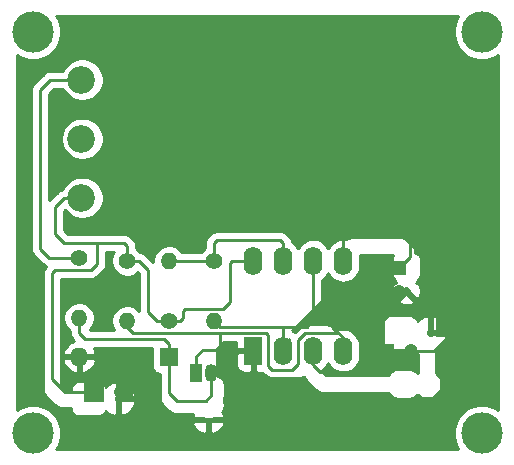
<source format=gbr>
%TF.GenerationSoftware,KiCad,Pcbnew,(5.1.12)-1*%
%TF.CreationDate,2023-08-18T21:24:08+05:30*%
%TF.ProjectId,Fire alaram,46697265-2061-46c6-9172-616d2e6b6963,rev?*%
%TF.SameCoordinates,Original*%
%TF.FileFunction,Copper,L2,Bot*%
%TF.FilePolarity,Positive*%
%FSLAX46Y46*%
G04 Gerber Fmt 4.6, Leading zero omitted, Abs format (unit mm)*
G04 Created by KiCad (PCBNEW (5.1.12)-1) date 2023-08-18 21:24:08*
%MOMM*%
%LPD*%
G01*
G04 APERTURE LIST*
%TA.AperFunction,ComponentPad*%
%ADD10C,2.340000*%
%TD*%
%TA.AperFunction,ComponentPad*%
%ADD11O,1.600000X2.400000*%
%TD*%
%TA.AperFunction,ComponentPad*%
%ADD12R,1.600000X2.400000*%
%TD*%
%TA.AperFunction,ComponentPad*%
%ADD13O,1.400000X1.400000*%
%TD*%
%TA.AperFunction,ComponentPad*%
%ADD14C,1.400000*%
%TD*%
%TA.AperFunction,ComponentPad*%
%ADD15R,1.050000X1.500000*%
%TD*%
%TA.AperFunction,ComponentPad*%
%ADD16O,1.050000X1.500000*%
%TD*%
%TA.AperFunction,ComponentPad*%
%ADD17O,1.700000X1.700000*%
%TD*%
%TA.AperFunction,ComponentPad*%
%ADD18R,1.700000X1.700000*%
%TD*%
%TA.AperFunction,ComponentPad*%
%ADD19O,1.600000X1.600000*%
%TD*%
%TA.AperFunction,ComponentPad*%
%ADD20R,1.600000X1.600000*%
%TD*%
%TA.AperFunction,ComponentPad*%
%ADD21C,1.200000*%
%TD*%
%TA.AperFunction,ComponentPad*%
%ADD22R,1.200000X1.200000*%
%TD*%
%TA.AperFunction,ViaPad*%
%ADD23C,3.500000*%
%TD*%
%TA.AperFunction,Conductor*%
%ADD24C,0.250000*%
%TD*%
%TA.AperFunction,Conductor*%
%ADD25C,0.254000*%
%TD*%
%TA.AperFunction,Conductor*%
%ADD26C,0.100000*%
%TD*%
G04 APERTURE END LIST*
D10*
%TO.P,RV1,1*%
%TO.N,Net-(BT1-Pad1)*%
X122100000Y-68060000D03*
%TO.P,RV1,2*%
%TO.N,Net-(RV1-Pad2)*%
X122100000Y-63060000D03*
%TO.P,RV1,3*%
%TO.N,Net-(R1-Pad1)*%
X122100000Y-58060000D03*
%TD*%
D11*
%TO.P,U1,8*%
%TO.N,Net-(BT1-Pad1)*%
X136652000Y-73406000D03*
%TO.P,U1,4*%
%TO.N,Net-(Q1-Pad1)*%
X144272000Y-81026000D03*
%TO.P,U1,7*%
%TO.N,Net-(R3-Pad2)*%
X139192000Y-73406000D03*
%TO.P,U1,3*%
%TO.N,Net-(C2-Pad1)*%
X141732000Y-81026000D03*
%TO.P,U1,6*%
%TO.N,Net-(R4-Pad2)*%
X141732000Y-73406000D03*
%TO.P,U1,2*%
X139192000Y-81026000D03*
%TO.P,U1,5*%
%TO.N,Net-(C1-Pad1)*%
X144272000Y-73406000D03*
D12*
%TO.P,U1,1*%
%TO.N,Earth*%
X136652000Y-81026000D03*
%TD*%
D13*
%TO.P,R4,2*%
%TO.N,Net-(R4-Pad2)*%
X133350000Y-78486000D03*
D14*
%TO.P,R4,1*%
%TO.N,Net-(R3-Pad2)*%
X133350000Y-73406000D03*
%TD*%
D13*
%TO.P,R3,2*%
%TO.N,Net-(R3-Pad2)*%
X129540000Y-73406000D03*
D14*
%TO.P,R3,1*%
%TO.N,Net-(BT1-Pad1)*%
X129540000Y-78486000D03*
%TD*%
D13*
%TO.P,R2,2*%
%TO.N,Net-(Q1-Pad1)*%
X125984000Y-78486000D03*
D14*
%TO.P,R2,1*%
%TO.N,Net-(BT1-Pad1)*%
X125984000Y-73406000D03*
%TD*%
D13*
%TO.P,R1,2*%
%TO.N,Net-(D1-Pad1)*%
X121920000Y-78232000D03*
D14*
%TO.P,R1,1*%
%TO.N,Net-(R1-Pad1)*%
X121920000Y-73152000D03*
%TD*%
D15*
%TO.P,Q1,1*%
%TO.N,Net-(Q1-Pad1)*%
X131800000Y-82920000D03*
D16*
%TO.P,Q1,3*%
%TO.N,Earth*%
X134340000Y-82920000D03*
%TO.P,Q1,2*%
%TO.N,Net-(D1-Pad1)*%
X133070000Y-82920000D03*
%TD*%
D17*
%TO.P,LS1,2*%
%TO.N,Earth*%
X153000000Y-76460000D03*
D18*
%TO.P,LS1,1*%
%TO.N,Net-(C2-Pad2)*%
X153000000Y-79000000D03*
%TD*%
D19*
%TO.P,D1,2*%
%TO.N,Earth*%
X121920000Y-81534000D03*
D20*
%TO.P,D1,1*%
%TO.N,Net-(D1-Pad1)*%
X129540000Y-81534000D03*
%TD*%
D21*
%TO.P,C2,2*%
%TO.N,Net-(C2-Pad2)*%
X150000000Y-81000000D03*
D22*
%TO.P,C2,1*%
%TO.N,Net-(C2-Pad1)*%
X148000000Y-81000000D03*
%TD*%
D21*
%TO.P,C1,2*%
%TO.N,Earth*%
X149000000Y-76000000D03*
D22*
%TO.P,C1,1*%
%TO.N,Net-(C1-Pad1)*%
X149000000Y-74000000D03*
%TD*%
D17*
%TO.P,BT1,2*%
%TO.N,Earth*%
X125700000Y-84490000D03*
D18*
%TO.P,BT1,1*%
%TO.N,Net-(BT1-Pad1)*%
X123160000Y-84490000D03*
%TD*%
D23*
%TO.N,*%
X118000000Y-54000000D03*
X156000000Y-54000000D03*
X156000000Y-88000000D03*
X118000000Y-88000000D03*
%TD*%
D24*
%TO.N,Net-(BT1-Pad1)*%
X125984000Y-73406000D02*
X127000000Y-73406000D01*
X127000000Y-73406000D02*
X127762000Y-74168000D01*
X127762000Y-74168000D02*
X127762000Y-77724000D01*
X128524000Y-78486000D02*
X129540000Y-78486000D01*
X127762000Y-77724000D02*
X128524000Y-78486000D01*
X125984000Y-72136000D02*
X125984000Y-73406000D01*
X125730000Y-71882000D02*
X125984000Y-72136000D01*
X119888000Y-71120000D02*
X120650000Y-71882000D01*
X119888000Y-68834000D02*
X119888000Y-71120000D01*
X120650000Y-68072000D02*
X119888000Y-68834000D01*
X122174000Y-68072000D02*
X120650000Y-68072000D01*
X123444000Y-71882000D02*
X125730000Y-71882000D01*
X120650000Y-71882000D02*
X123444000Y-71882000D01*
X136652000Y-73406000D02*
X135890000Y-73406000D01*
X122936000Y-74168000D02*
X123444000Y-73660000D01*
X122421002Y-74168000D02*
X122936000Y-74168000D01*
X121418998Y-74168000D02*
X121427999Y-74177001D01*
X122412001Y-74177001D02*
X122421002Y-74168000D01*
X119634000Y-74422000D02*
X119888000Y-74168000D01*
X123444000Y-73660000D02*
X123444000Y-71882000D01*
X121427999Y-74177001D02*
X122412001Y-74177001D01*
X119888000Y-74168000D02*
X121418998Y-74168000D01*
X123160000Y-84490000D02*
X120730000Y-84490000D01*
X119634000Y-83394000D02*
X119634000Y-74422000D01*
X120730000Y-84490000D02*
X119634000Y-83394000D01*
X134874000Y-73406000D02*
X136652000Y-73406000D01*
X134677990Y-76904010D02*
X134677990Y-73602010D01*
X134677990Y-73602010D02*
X134874000Y-73406000D01*
X134121001Y-77460999D02*
X134677990Y-76904010D01*
X132857999Y-77460999D02*
X134121001Y-77460999D01*
X132848998Y-77470000D02*
X132857999Y-77460999D01*
X130880000Y-77470000D02*
X132848998Y-77470000D01*
X130720000Y-77630000D02*
X130880000Y-77470000D01*
X130720000Y-78200000D02*
X130720000Y-77630000D01*
X130434000Y-78486000D02*
X130720000Y-78200000D01*
X129540000Y-78486000D02*
X130434000Y-78486000D01*
%TO.N,Net-(C1-Pad1)*%
X144272000Y-72898000D02*
X144272000Y-73406000D01*
X144272000Y-73406000D02*
X144272000Y-71348000D01*
X144272000Y-71348000D02*
X145120000Y-70500000D01*
X145120000Y-70500000D02*
X149000000Y-70500000D01*
X149000000Y-70500000D02*
X149910000Y-71410000D01*
X149910000Y-73090000D02*
X149000000Y-74000000D01*
X149910000Y-71410000D02*
X149910000Y-73090000D01*
%TO.N,Net-(C2-Pad2)*%
X150000000Y-81000000D02*
X151980000Y-81000000D01*
X153000000Y-79980000D02*
X153000000Y-79000000D01*
X151980000Y-81000000D02*
X153000000Y-79980000D01*
%TO.N,Net-(C2-Pad1)*%
X148000000Y-82310000D02*
X148000000Y-81000000D01*
X147480000Y-82830000D02*
X148000000Y-82310000D01*
X142340000Y-82830000D02*
X147480000Y-82830000D01*
X141732000Y-82222000D02*
X142340000Y-82830000D01*
X141732000Y-81026000D02*
X141732000Y-82222000D01*
%TO.N,Net-(D1-Pad1)*%
X121920000Y-79502000D02*
X121920000Y-78232000D01*
X122428000Y-80010000D02*
X121920000Y-79502000D01*
X129066000Y-80010000D02*
X122428000Y-80010000D01*
X129540000Y-81534000D02*
X129540000Y-80484000D01*
X129540000Y-80484000D02*
X129066000Y-80010000D01*
X132630000Y-85230000D02*
X133070000Y-84790000D01*
X130230000Y-85230000D02*
X132630000Y-85230000D01*
X129560000Y-84560000D02*
X130230000Y-85230000D01*
X133070000Y-84790000D02*
X133070000Y-82920000D01*
X129560000Y-81554000D02*
X129560000Y-84560000D01*
X129540000Y-81534000D02*
X129560000Y-81554000D01*
%TO.N,Net-(Q1-Pad1)*%
X132848998Y-79502000D02*
X132857999Y-79511001D01*
X130041002Y-79502000D02*
X132848998Y-79502000D01*
X129038998Y-79502000D02*
X129047999Y-79511001D01*
X126492000Y-79502000D02*
X129038998Y-79502000D01*
X125984000Y-78994000D02*
X126492000Y-79502000D01*
X130032001Y-79511001D02*
X130041002Y-79502000D01*
X129047999Y-79511001D02*
X130032001Y-79511001D01*
X125984000Y-78486000D02*
X125984000Y-78994000D01*
X132857999Y-79511001D02*
X134152999Y-79511001D01*
X144272000Y-79882000D02*
X144272000Y-81026000D01*
X141060000Y-79470000D02*
X143860000Y-79470000D01*
X140420000Y-80110000D02*
X141060000Y-79470000D01*
X140420000Y-82170000D02*
X140420000Y-80110000D01*
X139960000Y-82630000D02*
X140420000Y-82170000D01*
X138256000Y-82630000D02*
X139960000Y-82630000D01*
X143860000Y-79470000D02*
X144272000Y-79882000D01*
X137922000Y-82296000D02*
X138256000Y-82630000D01*
X137922000Y-79710998D02*
X137922000Y-82296000D01*
X137712001Y-79500999D02*
X137922000Y-79710998D01*
X135591999Y-79500999D02*
X137712001Y-79500999D01*
X135590998Y-79502000D02*
X135591999Y-79500999D01*
X134162000Y-79502000D02*
X135590998Y-79502000D01*
X131800000Y-81490000D02*
X131800000Y-82920000D01*
X133510000Y-80910000D02*
X132380000Y-80910000D01*
X133858000Y-80562000D02*
X133510000Y-80910000D01*
X132380000Y-80910000D02*
X131800000Y-81490000D01*
X133858000Y-79502000D02*
X133858000Y-80562000D01*
%TO.N,Net-(R1-Pad1)*%
X122174000Y-58072000D02*
X119474000Y-58072000D01*
X119474000Y-58072000D02*
X118618000Y-58928000D01*
X118618000Y-58928000D02*
X118618000Y-72390000D01*
X119380000Y-73152000D02*
X121920000Y-73152000D01*
X118618000Y-72390000D02*
X119380000Y-73152000D01*
%TO.N,Net-(R3-Pad2)*%
X129540000Y-73406000D02*
X133350000Y-73406000D01*
X133350000Y-71882000D02*
X133350000Y-73406000D01*
X133604000Y-71628000D02*
X133350000Y-71882000D01*
X138938000Y-71628000D02*
X133604000Y-71628000D01*
X139192000Y-71882000D02*
X138938000Y-71628000D01*
X139192000Y-73406000D02*
X139192000Y-71882000D01*
%TO.N,Net-(R4-Pad2)*%
X139700000Y-80518000D02*
X139192000Y-81026000D01*
X139700000Y-80010000D02*
X139700000Y-80518000D01*
X141478000Y-73660000D02*
X141732000Y-73406000D01*
X139192000Y-81026000D02*
X139192000Y-78994000D01*
X133858000Y-78994000D02*
X133350000Y-78486000D01*
X139192000Y-78994000D02*
X133858000Y-78994000D01*
X141732000Y-76352000D02*
X141732000Y-73406000D01*
X141750000Y-76370000D02*
X141732000Y-76352000D01*
X141750000Y-78440000D02*
X141750000Y-76370000D01*
X141196000Y-78994000D02*
X141750000Y-78440000D01*
X139192000Y-78994000D02*
X141196000Y-78994000D01*
%TD*%
D25*
%TO.N,Earth*%
X153886440Y-52870279D02*
X153706654Y-53304321D01*
X153615000Y-53765098D01*
X153615000Y-54234902D01*
X153706654Y-54695679D01*
X153886440Y-55129721D01*
X154147450Y-55520349D01*
X154479651Y-55852550D01*
X154870279Y-56113560D01*
X155304321Y-56293346D01*
X155765098Y-56385000D01*
X156234902Y-56385000D01*
X156695679Y-56293346D01*
X157129721Y-56113560D01*
X157340000Y-55973056D01*
X157340001Y-86026945D01*
X157129721Y-85886440D01*
X156695679Y-85706654D01*
X156234902Y-85615000D01*
X155765098Y-85615000D01*
X155304321Y-85706654D01*
X154870279Y-85886440D01*
X154479651Y-86147450D01*
X154147450Y-86479651D01*
X153886440Y-86870279D01*
X153706654Y-87304321D01*
X153615000Y-87765098D01*
X153615000Y-88234902D01*
X153706654Y-88695679D01*
X153886440Y-89129721D01*
X154026944Y-89340000D01*
X119973056Y-89340000D01*
X120113560Y-89129721D01*
X120293346Y-88695679D01*
X120385000Y-88234902D01*
X120385000Y-87765098D01*
X120293346Y-87304321D01*
X120239287Y-87173810D01*
X131498036Y-87173810D01*
X131506728Y-87235337D01*
X131599725Y-87444882D01*
X131731816Y-87632258D01*
X131897924Y-87790264D01*
X132091666Y-87912828D01*
X132305596Y-87995239D01*
X132531493Y-88034331D01*
X132715000Y-87874598D01*
X132715000Y-86995000D01*
X132969000Y-86995000D01*
X132969000Y-87874598D01*
X133152507Y-88034331D01*
X133378404Y-87995239D01*
X133592334Y-87912828D01*
X133786076Y-87790264D01*
X133952184Y-87632258D01*
X134084275Y-87444882D01*
X134177272Y-87235337D01*
X134185964Y-87173810D01*
X134060163Y-86995000D01*
X132969000Y-86995000D01*
X132715000Y-86995000D01*
X131623837Y-86995000D01*
X131498036Y-87173810D01*
X120239287Y-87173810D01*
X120113560Y-86870279D01*
X119852550Y-86479651D01*
X119520349Y-86147450D01*
X119129721Y-85886440D01*
X118695679Y-85706654D01*
X118234902Y-85615000D01*
X117765098Y-85615000D01*
X117304321Y-85706654D01*
X116870279Y-85886440D01*
X116660000Y-86026944D01*
X116660000Y-58928000D01*
X117854324Y-58928000D01*
X117858000Y-58965322D01*
X117858001Y-72352668D01*
X117854324Y-72390000D01*
X117868998Y-72538985D01*
X117912454Y-72682246D01*
X117983026Y-72814276D01*
X118041070Y-72885002D01*
X118078000Y-72930001D01*
X118106998Y-72953799D01*
X118816201Y-73663002D01*
X118839999Y-73692001D01*
X118955724Y-73786974D01*
X119087753Y-73857546D01*
X119114069Y-73865529D01*
X119094000Y-73881999D01*
X119070202Y-73910997D01*
X119070201Y-73910998D01*
X118999026Y-73997724D01*
X118928454Y-74129754D01*
X118905251Y-74206247D01*
X118884998Y-74273014D01*
X118874001Y-74384667D01*
X118870324Y-74422000D01*
X118874001Y-74459332D01*
X118874000Y-84290678D01*
X118870324Y-84328000D01*
X118874000Y-84365322D01*
X118874000Y-84365332D01*
X118884997Y-84476985D01*
X118924517Y-84607267D01*
X118928454Y-84620246D01*
X118999026Y-84752276D01*
X119016681Y-84773788D01*
X119093999Y-84868001D01*
X119123002Y-84891803D01*
X119832201Y-85601002D01*
X119855999Y-85630001D01*
X119971724Y-85724974D01*
X120103753Y-85795546D01*
X120247014Y-85839003D01*
X120358667Y-85850000D01*
X120358675Y-85850000D01*
X120396000Y-85853676D01*
X120433325Y-85850000D01*
X121193928Y-85850000D01*
X121193928Y-85940000D01*
X121206188Y-86064482D01*
X121242498Y-86184180D01*
X121301463Y-86294494D01*
X121380815Y-86391185D01*
X121477506Y-86470537D01*
X121587820Y-86529502D01*
X121707518Y-86565812D01*
X121832000Y-86578072D01*
X123532000Y-86578072D01*
X123656482Y-86565812D01*
X123776180Y-86529502D01*
X123886494Y-86470537D01*
X123983185Y-86391185D01*
X124062537Y-86294494D01*
X124121502Y-86184180D01*
X124145966Y-86103534D01*
X124221731Y-86187588D01*
X124455080Y-86361641D01*
X124717901Y-86486825D01*
X124865110Y-86531476D01*
X125095000Y-86410155D01*
X125095000Y-85217000D01*
X125349000Y-85217000D01*
X125349000Y-86410155D01*
X125578890Y-86531476D01*
X125726099Y-86486825D01*
X125988920Y-86361641D01*
X126222269Y-86187588D01*
X126417178Y-85971355D01*
X126566157Y-85721252D01*
X126663481Y-85446891D01*
X126542814Y-85217000D01*
X125349000Y-85217000D01*
X125095000Y-85217000D01*
X125075000Y-85217000D01*
X125075000Y-84963000D01*
X125095000Y-84963000D01*
X125095000Y-83769845D01*
X125349000Y-83769845D01*
X125349000Y-84963000D01*
X126542814Y-84963000D01*
X126663481Y-84733109D01*
X126566157Y-84458748D01*
X126417178Y-84208645D01*
X126222269Y-83992412D01*
X125988920Y-83818359D01*
X125726099Y-83693175D01*
X125578890Y-83648524D01*
X125349000Y-83769845D01*
X125095000Y-83769845D01*
X124865110Y-83648524D01*
X124717901Y-83693175D01*
X124455080Y-83818359D01*
X124221731Y-83992412D01*
X124145966Y-84076466D01*
X124121502Y-83995820D01*
X124062537Y-83885506D01*
X123983185Y-83788815D01*
X123886494Y-83709463D01*
X123776180Y-83650498D01*
X123656482Y-83614188D01*
X123532000Y-83601928D01*
X121832000Y-83601928D01*
X121707518Y-83614188D01*
X121587820Y-83650498D01*
X121477506Y-83709463D01*
X121380815Y-83788815D01*
X121301463Y-83885506D01*
X121242498Y-83995820D01*
X121206188Y-84115518D01*
X121193928Y-84240000D01*
X121193928Y-84330000D01*
X120710802Y-84330000D01*
X120394000Y-84013199D01*
X120394000Y-81883039D01*
X120528096Y-81883039D01*
X120568754Y-82017087D01*
X120688963Y-82271420D01*
X120856481Y-82497414D01*
X121064869Y-82686385D01*
X121306119Y-82831070D01*
X121570960Y-82925909D01*
X121793000Y-82804624D01*
X121793000Y-81661000D01*
X122047000Y-81661000D01*
X122047000Y-82804624D01*
X122269040Y-82925909D01*
X122533881Y-82831070D01*
X122775131Y-82686385D01*
X122983519Y-82497414D01*
X123151037Y-82271420D01*
X123271246Y-82017087D01*
X123311904Y-81883039D01*
X123189915Y-81661000D01*
X122047000Y-81661000D01*
X121793000Y-81661000D01*
X120650085Y-81661000D01*
X120528096Y-81883039D01*
X120394000Y-81883039D01*
X120394000Y-74928000D01*
X121299278Y-74928000D01*
X121390666Y-74937001D01*
X121390676Y-74937001D01*
X121427998Y-74940677D01*
X121465321Y-74937001D01*
X122374679Y-74937001D01*
X122412001Y-74940677D01*
X122449323Y-74937001D01*
X122449334Y-74937001D01*
X122540722Y-74928000D01*
X122898678Y-74928000D01*
X122936000Y-74931676D01*
X122973322Y-74928000D01*
X122973333Y-74928000D01*
X123084986Y-74917003D01*
X123228247Y-74873546D01*
X123360276Y-74802974D01*
X123476001Y-74708001D01*
X123499803Y-74678998D01*
X123955003Y-74223798D01*
X123984001Y-74200001D01*
X124078974Y-74084276D01*
X124149546Y-73952247D01*
X124193003Y-73808986D01*
X124204000Y-73697333D01*
X124204000Y-73697324D01*
X124207676Y-73660001D01*
X124204000Y-73622678D01*
X124204000Y-72642000D01*
X124888898Y-72642000D01*
X124800939Y-72773641D01*
X124700304Y-73016595D01*
X124649000Y-73274514D01*
X124649000Y-73537486D01*
X124700304Y-73795405D01*
X124800939Y-74038359D01*
X124947038Y-74257013D01*
X125132987Y-74442962D01*
X125351641Y-74589061D01*
X125594595Y-74689696D01*
X125852514Y-74741000D01*
X126115486Y-74741000D01*
X126373405Y-74689696D01*
X126616359Y-74589061D01*
X126835013Y-74442962D01*
X126898587Y-74379388D01*
X127002000Y-74482802D01*
X127002001Y-77616026D01*
X126835013Y-77449038D01*
X126616359Y-77302939D01*
X126373405Y-77202304D01*
X126115486Y-77151000D01*
X125852514Y-77151000D01*
X125594595Y-77202304D01*
X125351641Y-77302939D01*
X125132987Y-77449038D01*
X124947038Y-77634987D01*
X124800939Y-77853641D01*
X124700304Y-78096595D01*
X124649000Y-78354514D01*
X124649000Y-78617486D01*
X124700304Y-78875405D01*
X124800939Y-79118359D01*
X124888898Y-79250000D01*
X122789975Y-79250000D01*
X122956962Y-79083013D01*
X123103061Y-78864359D01*
X123203696Y-78621405D01*
X123255000Y-78363486D01*
X123255000Y-78100514D01*
X123203696Y-77842595D01*
X123103061Y-77599641D01*
X122956962Y-77380987D01*
X122771013Y-77195038D01*
X122552359Y-77048939D01*
X122309405Y-76948304D01*
X122051486Y-76897000D01*
X121788514Y-76897000D01*
X121530595Y-76948304D01*
X121287641Y-77048939D01*
X121068987Y-77195038D01*
X120883038Y-77380987D01*
X120736939Y-77599641D01*
X120636304Y-77842595D01*
X120585000Y-78100514D01*
X120585000Y-78363486D01*
X120636304Y-78621405D01*
X120736939Y-78864359D01*
X120883038Y-79083013D01*
X121068987Y-79268962D01*
X121160000Y-79329775D01*
X121160000Y-79464677D01*
X121156324Y-79502000D01*
X121160000Y-79539322D01*
X121160000Y-79539332D01*
X121170997Y-79650985D01*
X121196704Y-79735730D01*
X121214454Y-79794246D01*
X121285026Y-79926276D01*
X121307944Y-79954201D01*
X121379999Y-80042001D01*
X121409002Y-80065803D01*
X121507879Y-80164680D01*
X121306119Y-80236930D01*
X121064869Y-80381615D01*
X120856481Y-80570586D01*
X120688963Y-80796580D01*
X120568754Y-81050913D01*
X120528096Y-81184961D01*
X120650085Y-81407000D01*
X121793000Y-81407000D01*
X121793000Y-81387000D01*
X122047000Y-81387000D01*
X122047000Y-81407000D01*
X123189915Y-81407000D01*
X123311904Y-81184961D01*
X123271246Y-81050913D01*
X123151037Y-80796580D01*
X123131335Y-80770000D01*
X128101928Y-80770000D01*
X128101928Y-82334000D01*
X128114188Y-82458482D01*
X128150498Y-82578180D01*
X128209463Y-82688494D01*
X128288815Y-82785185D01*
X128385506Y-82864537D01*
X128495820Y-82923502D01*
X128615518Y-82959812D01*
X128740000Y-82972072D01*
X128780000Y-82972072D01*
X128780001Y-85052668D01*
X128776324Y-85090000D01*
X128790998Y-85238985D01*
X128834454Y-85382246D01*
X128905026Y-85514276D01*
X128973737Y-85598000D01*
X129000000Y-85630001D01*
X129028998Y-85653799D01*
X129484200Y-86109002D01*
X129507999Y-86138001D01*
X129623724Y-86232974D01*
X129755753Y-86303546D01*
X129899014Y-86347003D01*
X130010667Y-86358000D01*
X130010676Y-86358000D01*
X130047999Y-86361676D01*
X130085322Y-86358000D01*
X131570042Y-86358000D01*
X131506728Y-86500663D01*
X131498036Y-86562190D01*
X131623837Y-86741000D01*
X132388891Y-86741000D01*
X132389600Y-86741215D01*
X132560021Y-86758000D01*
X133123979Y-86758000D01*
X133294400Y-86741215D01*
X133295109Y-86741000D01*
X134060163Y-86741000D01*
X134185964Y-86562190D01*
X134177272Y-86500663D01*
X134084275Y-86291118D01*
X134043071Y-86232669D01*
X134143885Y-86044060D01*
X134210215Y-85825400D01*
X134232612Y-85598000D01*
X134210215Y-85370600D01*
X134146907Y-85161902D01*
X134181502Y-85097180D01*
X134217812Y-84977482D01*
X134230072Y-84853000D01*
X134230072Y-83803000D01*
X134217812Y-83678518D01*
X134181502Y-83558820D01*
X134122537Y-83448506D01*
X134043185Y-83351815D01*
X133946494Y-83272463D01*
X133836180Y-83213498D01*
X133716482Y-83177188D01*
X133602000Y-83165913D01*
X133602000Y-82226000D01*
X135213928Y-82226000D01*
X135226188Y-82350482D01*
X135262498Y-82470180D01*
X135321463Y-82580494D01*
X135400815Y-82677185D01*
X135497506Y-82756537D01*
X135607820Y-82815502D01*
X135727518Y-82851812D01*
X135852000Y-82864072D01*
X136366250Y-82861000D01*
X136525000Y-82702250D01*
X136525000Y-81153000D01*
X135375750Y-81153000D01*
X135217000Y-81311750D01*
X135213928Y-82226000D01*
X133602000Y-82226000D01*
X133602000Y-80832801D01*
X134172802Y-80262000D01*
X135215393Y-80262000D01*
X135217000Y-80740250D01*
X135375750Y-80899000D01*
X136525000Y-80899000D01*
X136525000Y-80879000D01*
X136779000Y-80879000D01*
X136779000Y-80899000D01*
X136799000Y-80899000D01*
X136799000Y-81153000D01*
X136779000Y-81153000D01*
X136779000Y-82702250D01*
X136937750Y-82861000D01*
X137415050Y-82863851D01*
X137613206Y-83062007D01*
X137637009Y-83091011D01*
X137752734Y-83185984D01*
X137884763Y-83256556D01*
X137945388Y-83274946D01*
X138028024Y-83300013D01*
X138177010Y-83314687D01*
X138214343Y-83311010D01*
X140433632Y-83311010D01*
X140458004Y-83318403D01*
X140606990Y-83333077D01*
X140755975Y-83318403D01*
X140899236Y-83274946D01*
X140989050Y-83226939D01*
X141016795Y-83318403D01*
X141026454Y-83350246D01*
X141097026Y-83482276D01*
X141134348Y-83527753D01*
X141191999Y-83598001D01*
X141221002Y-83621803D01*
X141930201Y-84331002D01*
X141953999Y-84360001D01*
X142069724Y-84454974D01*
X142201753Y-84525546D01*
X142345014Y-84569003D01*
X142456667Y-84580000D01*
X142456675Y-84580000D01*
X142494000Y-84583676D01*
X142531325Y-84580000D01*
X148136962Y-84580000D01*
X148162498Y-84664180D01*
X148221463Y-84774494D01*
X148300815Y-84871185D01*
X148397506Y-84950537D01*
X148507820Y-85009502D01*
X148627518Y-85045812D01*
X148752000Y-85058072D01*
X149952000Y-85058072D01*
X150076482Y-85045812D01*
X150196180Y-85009502D01*
X150306494Y-84950537D01*
X150403185Y-84871185D01*
X150482537Y-84774494D01*
X150509499Y-84724053D01*
X150564733Y-84779287D01*
X150767008Y-84914443D01*
X150991764Y-85007540D01*
X151230363Y-85055000D01*
X151473637Y-85055000D01*
X151712236Y-85007540D01*
X151936992Y-84914443D01*
X152139267Y-84779287D01*
X152311287Y-84607267D01*
X152446443Y-84404992D01*
X152539540Y-84180236D01*
X152587000Y-83941637D01*
X152587000Y-83698363D01*
X152539540Y-83459764D01*
X152446443Y-83235008D01*
X152311287Y-83032733D01*
X152139267Y-82860713D01*
X152112000Y-82842494D01*
X152112000Y-81031325D01*
X152115676Y-80994000D01*
X152112000Y-80956675D01*
X152112000Y-80956667D01*
X152107341Y-80909368D01*
X152142099Y-80898825D01*
X152404920Y-80773641D01*
X152638269Y-80599588D01*
X152833178Y-80383355D01*
X152982157Y-80133252D01*
X153079481Y-79858891D01*
X152958814Y-79629000D01*
X151765000Y-79629000D01*
X151765000Y-79649000D01*
X151511000Y-79649000D01*
X151511000Y-79629000D01*
X151491000Y-79629000D01*
X151491000Y-79375000D01*
X151511000Y-79375000D01*
X151511000Y-78181845D01*
X151765000Y-78181845D01*
X151765000Y-79375000D01*
X152958814Y-79375000D01*
X153079481Y-79145109D01*
X152982157Y-78870748D01*
X152833178Y-78620645D01*
X152638269Y-78404412D01*
X152404920Y-78230359D01*
X152142099Y-78105175D01*
X151994890Y-78060524D01*
X151765000Y-78181845D01*
X151511000Y-78181845D01*
X151281110Y-78060524D01*
X151133901Y-78105175D01*
X150871080Y-78230359D01*
X150637731Y-78404412D01*
X150561966Y-78488466D01*
X150537502Y-78407820D01*
X150478537Y-78297506D01*
X150399185Y-78200815D01*
X150302494Y-78121463D01*
X150192180Y-78062498D01*
X150072482Y-78026188D01*
X149948000Y-78013928D01*
X148248000Y-78013928D01*
X148123518Y-78026188D01*
X148003820Y-78062498D01*
X147893506Y-78121463D01*
X147796815Y-78200815D01*
X147717463Y-78297506D01*
X147658498Y-78407820D01*
X147622188Y-78527518D01*
X147609928Y-78652000D01*
X147609928Y-80352000D01*
X147622188Y-80476482D01*
X147658498Y-80596180D01*
X147717463Y-80706494D01*
X147796815Y-80803185D01*
X147893506Y-80882537D01*
X148003820Y-80941502D01*
X148123518Y-80977812D01*
X148248000Y-80990072D01*
X149948000Y-80990072D01*
X150072482Y-80977812D01*
X150192180Y-80941502D01*
X150213373Y-80930174D01*
X150592000Y-81308802D01*
X150592001Y-82842493D01*
X150564733Y-82860713D01*
X150509499Y-82915947D01*
X150482537Y-82865506D01*
X150403185Y-82768815D01*
X150306494Y-82689463D01*
X150196180Y-82630498D01*
X150076482Y-82594188D01*
X149952000Y-82581928D01*
X148752000Y-82581928D01*
X148627518Y-82594188D01*
X148507820Y-82630498D01*
X148397506Y-82689463D01*
X148300815Y-82768815D01*
X148221463Y-82865506D01*
X148162498Y-82975820D01*
X148136962Y-83060000D01*
X142808802Y-83060000D01*
X142492000Y-82743199D01*
X142492000Y-82646901D01*
X142533101Y-82624932D01*
X142751608Y-82445608D01*
X142930932Y-82227101D01*
X143002000Y-82094142D01*
X143073068Y-82227101D01*
X143252393Y-82445608D01*
X143470900Y-82624932D01*
X143720193Y-82758182D01*
X143990692Y-82840236D01*
X144272000Y-82867943D01*
X144553309Y-82840236D01*
X144823808Y-82758182D01*
X145073101Y-82624932D01*
X145291608Y-82445608D01*
X145470932Y-82227101D01*
X145604182Y-81977808D01*
X145686236Y-81707309D01*
X145707000Y-81496491D01*
X145707000Y-80555508D01*
X145686236Y-80344691D01*
X145604182Y-80074192D01*
X145470932Y-79824899D01*
X145291607Y-79606392D01*
X145073100Y-79427068D01*
X144823807Y-79293818D01*
X144553308Y-79211764D01*
X144272000Y-79184057D01*
X143990691Y-79211764D01*
X143720192Y-79293818D01*
X143651393Y-79330592D01*
X143310794Y-78989993D01*
X143286991Y-78960989D01*
X143171266Y-78866016D01*
X143039237Y-78795444D01*
X142895976Y-78751987D01*
X142784323Y-78740990D01*
X142784312Y-78740990D01*
X142746990Y-78737314D01*
X142709668Y-78740990D01*
X141303328Y-78740990D01*
X141266005Y-78737314D01*
X141228682Y-78740990D01*
X141228673Y-78740990D01*
X141117020Y-78751987D01*
X140973759Y-78795444D01*
X140841730Y-78866016D01*
X140726005Y-78960989D01*
X140702206Y-78989988D01*
X140230221Y-79461973D01*
X140124275Y-79375026D01*
X139992246Y-79304454D01*
X139964702Y-79296099D01*
X142243009Y-77017794D01*
X142272001Y-76994001D01*
X142295795Y-76965008D01*
X142295799Y-76965004D01*
X142366973Y-76878277D01*
X142366974Y-76878276D01*
X142428182Y-76763764D01*
X148935841Y-76763764D01*
X148983148Y-76987348D01*
X149204516Y-77088237D01*
X149441313Y-77144000D01*
X149684438Y-77152495D01*
X149924549Y-77113395D01*
X150152418Y-77028202D01*
X150228852Y-76987348D01*
X150276159Y-76763764D01*
X149606000Y-76093605D01*
X148935841Y-76763764D01*
X142428182Y-76763764D01*
X142437546Y-76746247D01*
X142481003Y-76602986D01*
X142492000Y-76491333D01*
X142492000Y-76491324D01*
X142495676Y-76454001D01*
X142492000Y-76416678D01*
X142492000Y-75026901D01*
X142533101Y-75004932D01*
X142751608Y-74825608D01*
X142930932Y-74607101D01*
X143002000Y-74474142D01*
X143073068Y-74607101D01*
X143252393Y-74825608D01*
X143470900Y-75004932D01*
X143720193Y-75138182D01*
X143990692Y-75220236D01*
X144272000Y-75247943D01*
X144553309Y-75220236D01*
X144823808Y-75138182D01*
X145073101Y-75004932D01*
X145291608Y-74825608D01*
X145470932Y-74607101D01*
X145604182Y-74357808D01*
X145686236Y-74087309D01*
X145707000Y-73876491D01*
X145707000Y-72935508D01*
X145703109Y-72896000D01*
X148527581Y-72896000D01*
X148475463Y-72959506D01*
X148416498Y-73069820D01*
X148380188Y-73189518D01*
X148367928Y-73314000D01*
X148367928Y-74514000D01*
X148380188Y-74638482D01*
X148416498Y-74758180D01*
X148475463Y-74868494D01*
X148554815Y-74965185D01*
X148651506Y-75044537D01*
X148697006Y-75068858D01*
X148639128Y-75126736D01*
X148756234Y-75243842D01*
X148532652Y-75291148D01*
X148431763Y-75512516D01*
X148376000Y-75749313D01*
X148367505Y-75992438D01*
X148406605Y-76232549D01*
X148491798Y-76460418D01*
X148532652Y-76536852D01*
X148756236Y-76584159D01*
X149426395Y-75914000D01*
X149412253Y-75899858D01*
X149591858Y-75720253D01*
X149606000Y-75734395D01*
X149620143Y-75720253D01*
X149799748Y-75899858D01*
X149785605Y-75914000D01*
X150455764Y-76584159D01*
X150679348Y-76536852D01*
X150780237Y-76315484D01*
X150836000Y-76078687D01*
X150844495Y-75835562D01*
X150805395Y-75595451D01*
X150720202Y-75367582D01*
X150679348Y-75291148D01*
X150455766Y-75243842D01*
X150572872Y-75126736D01*
X150514994Y-75068858D01*
X150560494Y-75044537D01*
X150657185Y-74965185D01*
X150736537Y-74868494D01*
X150795502Y-74758180D01*
X150831812Y-74638482D01*
X150844072Y-74514000D01*
X150844072Y-73314000D01*
X150831812Y-73189518D01*
X150795502Y-73069820D01*
X150736537Y-72959506D01*
X150657185Y-72862815D01*
X150560494Y-72783463D01*
X150450180Y-72724498D01*
X150366000Y-72698962D01*
X150366000Y-72681322D01*
X150369676Y-72643999D01*
X150366000Y-72606676D01*
X150366000Y-72606667D01*
X150355003Y-72495014D01*
X150311546Y-72351753D01*
X150240974Y-72219724D01*
X150146001Y-72103999D01*
X150117002Y-72080200D01*
X149661803Y-71625002D01*
X149638001Y-71595999D01*
X149522276Y-71501026D01*
X149390247Y-71430454D01*
X149246986Y-71386997D01*
X149135333Y-71376000D01*
X149135322Y-71376000D01*
X149098000Y-71372324D01*
X149060678Y-71376000D01*
X145071325Y-71376000D01*
X145034000Y-71372324D01*
X144996675Y-71376000D01*
X144996667Y-71376000D01*
X144885014Y-71386997D01*
X144741753Y-71430454D01*
X144609724Y-71501026D01*
X144504962Y-71587002D01*
X144272000Y-71564057D01*
X143990691Y-71591764D01*
X143720192Y-71673818D01*
X143470899Y-71807068D01*
X143252392Y-71986393D01*
X143073068Y-72204900D01*
X143002000Y-72337858D01*
X142930932Y-72204899D01*
X142751607Y-71986392D01*
X142533100Y-71807068D01*
X142283807Y-71673818D01*
X142013308Y-71591764D01*
X141732000Y-71564057D01*
X141450691Y-71591764D01*
X141180192Y-71673818D01*
X140930899Y-71807068D01*
X140712392Y-71986393D01*
X140533068Y-72204900D01*
X140462000Y-72337858D01*
X140390932Y-72204899D01*
X140211607Y-71986392D01*
X139993100Y-71807068D01*
X139945807Y-71781789D01*
X139941003Y-71733014D01*
X139897546Y-71589753D01*
X139826974Y-71457724D01*
X139732001Y-71341999D01*
X139702997Y-71318196D01*
X139501804Y-71117003D01*
X139478001Y-71087999D01*
X139362276Y-70993026D01*
X139230247Y-70922454D01*
X139086986Y-70878997D01*
X138975333Y-70868000D01*
X138975322Y-70868000D01*
X138938000Y-70864324D01*
X138900678Y-70868000D01*
X133641322Y-70868000D01*
X133603999Y-70864324D01*
X133566676Y-70868000D01*
X133566667Y-70868000D01*
X133455014Y-70878997D01*
X133311753Y-70922454D01*
X133179724Y-70993026D01*
X133063999Y-71087999D01*
X133040196Y-71117003D01*
X132839003Y-71318196D01*
X132809999Y-71341999D01*
X132773070Y-71386998D01*
X132715026Y-71457724D01*
X132653836Y-71572201D01*
X132644454Y-71589754D01*
X132600997Y-71733015D01*
X132590000Y-71844668D01*
X132590000Y-71844678D01*
X132586324Y-71882000D01*
X132590000Y-71919323D01*
X132590000Y-72308225D01*
X132498987Y-72369038D01*
X132313038Y-72554987D01*
X132252225Y-72646000D01*
X130637775Y-72646000D01*
X130576962Y-72554987D01*
X130391013Y-72369038D01*
X130172359Y-72222939D01*
X129929405Y-72122304D01*
X129671486Y-72071000D01*
X129408514Y-72071000D01*
X129150595Y-72122304D01*
X128907641Y-72222939D01*
X128688987Y-72369038D01*
X128503038Y-72554987D01*
X128356939Y-72773641D01*
X128256304Y-73016595D01*
X128205000Y-73274514D01*
X128205000Y-73536198D01*
X127563803Y-72895002D01*
X127540001Y-72865999D01*
X127424276Y-72771026D01*
X127292247Y-72700454D01*
X127148986Y-72656997D01*
X127084905Y-72650686D01*
X127020962Y-72554987D01*
X126835013Y-72369038D01*
X126744000Y-72308225D01*
X126744000Y-72173322D01*
X126747676Y-72135999D01*
X126744000Y-72098676D01*
X126744000Y-72098667D01*
X126733003Y-71987014D01*
X126689546Y-71843753D01*
X126618974Y-71711724D01*
X126524001Y-71595999D01*
X126494998Y-71572197D01*
X126293804Y-71371003D01*
X126270001Y-71341999D01*
X126154276Y-71247026D01*
X126022247Y-71176454D01*
X125878986Y-71132997D01*
X125767333Y-71122000D01*
X125767322Y-71122000D01*
X125730000Y-71118324D01*
X125692678Y-71122000D01*
X123481333Y-71122000D01*
X123444000Y-71118323D01*
X123406667Y-71122000D01*
X120964802Y-71122000D01*
X120648000Y-70805199D01*
X120648000Y-69148801D01*
X120692744Y-69104058D01*
X120771965Y-69222621D01*
X121023379Y-69474035D01*
X121319012Y-69671571D01*
X121647501Y-69807635D01*
X121996223Y-69877000D01*
X122351777Y-69877000D01*
X122700499Y-69807635D01*
X123028988Y-69671571D01*
X123324621Y-69474035D01*
X123576035Y-69222621D01*
X123773571Y-68926988D01*
X123909635Y-68598499D01*
X123979000Y-68249777D01*
X123979000Y-67894223D01*
X123909635Y-67545501D01*
X123773571Y-67217012D01*
X123576035Y-66921379D01*
X123324621Y-66669965D01*
X123028988Y-66472429D01*
X122700499Y-66336365D01*
X122351777Y-66267000D01*
X121996223Y-66267000D01*
X121647501Y-66336365D01*
X121319012Y-66472429D01*
X121023379Y-66669965D01*
X120771965Y-66921379D01*
X120574429Y-67217012D01*
X120531784Y-67319966D01*
X120501014Y-67322997D01*
X120357753Y-67366454D01*
X120225724Y-67437026D01*
X120109999Y-67531999D01*
X120086201Y-67560998D01*
X119378000Y-68269199D01*
X119378000Y-62894223D01*
X120369000Y-62894223D01*
X120369000Y-63249777D01*
X120438365Y-63598499D01*
X120574429Y-63926988D01*
X120771965Y-64222621D01*
X121023379Y-64474035D01*
X121319012Y-64671571D01*
X121647501Y-64807635D01*
X121996223Y-64877000D01*
X122351777Y-64877000D01*
X122700499Y-64807635D01*
X123028988Y-64671571D01*
X123324621Y-64474035D01*
X123576035Y-64222621D01*
X123773571Y-63926988D01*
X123909635Y-63598499D01*
X123979000Y-63249777D01*
X123979000Y-62894223D01*
X123909635Y-62545501D01*
X123773571Y-62217012D01*
X123576035Y-61921379D01*
X123324621Y-61669965D01*
X123028988Y-61472429D01*
X122700499Y-61336365D01*
X122351777Y-61267000D01*
X121996223Y-61267000D01*
X121647501Y-61336365D01*
X121319012Y-61472429D01*
X121023379Y-61669965D01*
X120771965Y-61921379D01*
X120574429Y-62217012D01*
X120438365Y-62545501D01*
X120369000Y-62894223D01*
X119378000Y-62894223D01*
X119378000Y-59242801D01*
X119788802Y-58832000D01*
X120535084Y-58832000D01*
X120574429Y-58926988D01*
X120771965Y-59222621D01*
X121023379Y-59474035D01*
X121319012Y-59671571D01*
X121647501Y-59807635D01*
X121996223Y-59877000D01*
X122351777Y-59877000D01*
X122700499Y-59807635D01*
X123028988Y-59671571D01*
X123324621Y-59474035D01*
X123576035Y-59222621D01*
X123773571Y-58926988D01*
X123909635Y-58598499D01*
X123979000Y-58249777D01*
X123979000Y-57894223D01*
X123909635Y-57545501D01*
X123773571Y-57217012D01*
X123576035Y-56921379D01*
X123324621Y-56669965D01*
X123028988Y-56472429D01*
X122700499Y-56336365D01*
X122351777Y-56267000D01*
X121996223Y-56267000D01*
X121647501Y-56336365D01*
X121319012Y-56472429D01*
X121023379Y-56669965D01*
X120771965Y-56921379D01*
X120574429Y-57217012D01*
X120535084Y-57312000D01*
X119511323Y-57312000D01*
X119474000Y-57308324D01*
X119436677Y-57312000D01*
X119436667Y-57312000D01*
X119325014Y-57322997D01*
X119181753Y-57366454D01*
X119049724Y-57437026D01*
X118933999Y-57531999D01*
X118910201Y-57560997D01*
X118107002Y-58364197D01*
X118077999Y-58387999D01*
X118022871Y-58455174D01*
X117983026Y-58503724D01*
X117925150Y-58612001D01*
X117912454Y-58635754D01*
X117868997Y-58779015D01*
X117858000Y-58890668D01*
X117858000Y-58890678D01*
X117854324Y-58928000D01*
X116660000Y-58928000D01*
X116660000Y-55973056D01*
X116870279Y-56113560D01*
X117304321Y-56293346D01*
X117765098Y-56385000D01*
X118234902Y-56385000D01*
X118695679Y-56293346D01*
X119129721Y-56113560D01*
X119520349Y-55852550D01*
X119852550Y-55520349D01*
X120113560Y-55129721D01*
X120293346Y-54695679D01*
X120385000Y-54234902D01*
X120385000Y-53765098D01*
X120293346Y-53304321D01*
X120113560Y-52870279D01*
X119973056Y-52660000D01*
X154026944Y-52660000D01*
X153886440Y-52870279D01*
%TA.AperFunction,Conductor*%
D26*
G36*
X153886440Y-52870279D02*
G01*
X153706654Y-53304321D01*
X153615000Y-53765098D01*
X153615000Y-54234902D01*
X153706654Y-54695679D01*
X153886440Y-55129721D01*
X154147450Y-55520349D01*
X154479651Y-55852550D01*
X154870279Y-56113560D01*
X155304321Y-56293346D01*
X155765098Y-56385000D01*
X156234902Y-56385000D01*
X156695679Y-56293346D01*
X157129721Y-56113560D01*
X157340000Y-55973056D01*
X157340001Y-86026945D01*
X157129721Y-85886440D01*
X156695679Y-85706654D01*
X156234902Y-85615000D01*
X155765098Y-85615000D01*
X155304321Y-85706654D01*
X154870279Y-85886440D01*
X154479651Y-86147450D01*
X154147450Y-86479651D01*
X153886440Y-86870279D01*
X153706654Y-87304321D01*
X153615000Y-87765098D01*
X153615000Y-88234902D01*
X153706654Y-88695679D01*
X153886440Y-89129721D01*
X154026944Y-89340000D01*
X119973056Y-89340000D01*
X120113560Y-89129721D01*
X120293346Y-88695679D01*
X120385000Y-88234902D01*
X120385000Y-87765098D01*
X120293346Y-87304321D01*
X120239287Y-87173810D01*
X131498036Y-87173810D01*
X131506728Y-87235337D01*
X131599725Y-87444882D01*
X131731816Y-87632258D01*
X131897924Y-87790264D01*
X132091666Y-87912828D01*
X132305596Y-87995239D01*
X132531493Y-88034331D01*
X132715000Y-87874598D01*
X132715000Y-86995000D01*
X132969000Y-86995000D01*
X132969000Y-87874598D01*
X133152507Y-88034331D01*
X133378404Y-87995239D01*
X133592334Y-87912828D01*
X133786076Y-87790264D01*
X133952184Y-87632258D01*
X134084275Y-87444882D01*
X134177272Y-87235337D01*
X134185964Y-87173810D01*
X134060163Y-86995000D01*
X132969000Y-86995000D01*
X132715000Y-86995000D01*
X131623837Y-86995000D01*
X131498036Y-87173810D01*
X120239287Y-87173810D01*
X120113560Y-86870279D01*
X119852550Y-86479651D01*
X119520349Y-86147450D01*
X119129721Y-85886440D01*
X118695679Y-85706654D01*
X118234902Y-85615000D01*
X117765098Y-85615000D01*
X117304321Y-85706654D01*
X116870279Y-85886440D01*
X116660000Y-86026944D01*
X116660000Y-58928000D01*
X117854324Y-58928000D01*
X117858000Y-58965322D01*
X117858001Y-72352668D01*
X117854324Y-72390000D01*
X117868998Y-72538985D01*
X117912454Y-72682246D01*
X117983026Y-72814276D01*
X118041070Y-72885002D01*
X118078000Y-72930001D01*
X118106998Y-72953799D01*
X118816201Y-73663002D01*
X118839999Y-73692001D01*
X118955724Y-73786974D01*
X119087753Y-73857546D01*
X119114069Y-73865529D01*
X119094000Y-73881999D01*
X119070202Y-73910997D01*
X119070201Y-73910998D01*
X118999026Y-73997724D01*
X118928454Y-74129754D01*
X118905251Y-74206247D01*
X118884998Y-74273014D01*
X118874001Y-74384667D01*
X118870324Y-74422000D01*
X118874001Y-74459332D01*
X118874000Y-84290678D01*
X118870324Y-84328000D01*
X118874000Y-84365322D01*
X118874000Y-84365332D01*
X118884997Y-84476985D01*
X118924517Y-84607267D01*
X118928454Y-84620246D01*
X118999026Y-84752276D01*
X119016681Y-84773788D01*
X119093999Y-84868001D01*
X119123002Y-84891803D01*
X119832201Y-85601002D01*
X119855999Y-85630001D01*
X119971724Y-85724974D01*
X120103753Y-85795546D01*
X120247014Y-85839003D01*
X120358667Y-85850000D01*
X120358675Y-85850000D01*
X120396000Y-85853676D01*
X120433325Y-85850000D01*
X121193928Y-85850000D01*
X121193928Y-85940000D01*
X121206188Y-86064482D01*
X121242498Y-86184180D01*
X121301463Y-86294494D01*
X121380815Y-86391185D01*
X121477506Y-86470537D01*
X121587820Y-86529502D01*
X121707518Y-86565812D01*
X121832000Y-86578072D01*
X123532000Y-86578072D01*
X123656482Y-86565812D01*
X123776180Y-86529502D01*
X123886494Y-86470537D01*
X123983185Y-86391185D01*
X124062537Y-86294494D01*
X124121502Y-86184180D01*
X124145966Y-86103534D01*
X124221731Y-86187588D01*
X124455080Y-86361641D01*
X124717901Y-86486825D01*
X124865110Y-86531476D01*
X125095000Y-86410155D01*
X125095000Y-85217000D01*
X125349000Y-85217000D01*
X125349000Y-86410155D01*
X125578890Y-86531476D01*
X125726099Y-86486825D01*
X125988920Y-86361641D01*
X126222269Y-86187588D01*
X126417178Y-85971355D01*
X126566157Y-85721252D01*
X126663481Y-85446891D01*
X126542814Y-85217000D01*
X125349000Y-85217000D01*
X125095000Y-85217000D01*
X125075000Y-85217000D01*
X125075000Y-84963000D01*
X125095000Y-84963000D01*
X125095000Y-83769845D01*
X125349000Y-83769845D01*
X125349000Y-84963000D01*
X126542814Y-84963000D01*
X126663481Y-84733109D01*
X126566157Y-84458748D01*
X126417178Y-84208645D01*
X126222269Y-83992412D01*
X125988920Y-83818359D01*
X125726099Y-83693175D01*
X125578890Y-83648524D01*
X125349000Y-83769845D01*
X125095000Y-83769845D01*
X124865110Y-83648524D01*
X124717901Y-83693175D01*
X124455080Y-83818359D01*
X124221731Y-83992412D01*
X124145966Y-84076466D01*
X124121502Y-83995820D01*
X124062537Y-83885506D01*
X123983185Y-83788815D01*
X123886494Y-83709463D01*
X123776180Y-83650498D01*
X123656482Y-83614188D01*
X123532000Y-83601928D01*
X121832000Y-83601928D01*
X121707518Y-83614188D01*
X121587820Y-83650498D01*
X121477506Y-83709463D01*
X121380815Y-83788815D01*
X121301463Y-83885506D01*
X121242498Y-83995820D01*
X121206188Y-84115518D01*
X121193928Y-84240000D01*
X121193928Y-84330000D01*
X120710802Y-84330000D01*
X120394000Y-84013199D01*
X120394000Y-81883039D01*
X120528096Y-81883039D01*
X120568754Y-82017087D01*
X120688963Y-82271420D01*
X120856481Y-82497414D01*
X121064869Y-82686385D01*
X121306119Y-82831070D01*
X121570960Y-82925909D01*
X121793000Y-82804624D01*
X121793000Y-81661000D01*
X122047000Y-81661000D01*
X122047000Y-82804624D01*
X122269040Y-82925909D01*
X122533881Y-82831070D01*
X122775131Y-82686385D01*
X122983519Y-82497414D01*
X123151037Y-82271420D01*
X123271246Y-82017087D01*
X123311904Y-81883039D01*
X123189915Y-81661000D01*
X122047000Y-81661000D01*
X121793000Y-81661000D01*
X120650085Y-81661000D01*
X120528096Y-81883039D01*
X120394000Y-81883039D01*
X120394000Y-74928000D01*
X121299278Y-74928000D01*
X121390666Y-74937001D01*
X121390676Y-74937001D01*
X121427998Y-74940677D01*
X121465321Y-74937001D01*
X122374679Y-74937001D01*
X122412001Y-74940677D01*
X122449323Y-74937001D01*
X122449334Y-74937001D01*
X122540722Y-74928000D01*
X122898678Y-74928000D01*
X122936000Y-74931676D01*
X122973322Y-74928000D01*
X122973333Y-74928000D01*
X123084986Y-74917003D01*
X123228247Y-74873546D01*
X123360276Y-74802974D01*
X123476001Y-74708001D01*
X123499803Y-74678998D01*
X123955003Y-74223798D01*
X123984001Y-74200001D01*
X124078974Y-74084276D01*
X124149546Y-73952247D01*
X124193003Y-73808986D01*
X124204000Y-73697333D01*
X124204000Y-73697324D01*
X124207676Y-73660001D01*
X124204000Y-73622678D01*
X124204000Y-72642000D01*
X124888898Y-72642000D01*
X124800939Y-72773641D01*
X124700304Y-73016595D01*
X124649000Y-73274514D01*
X124649000Y-73537486D01*
X124700304Y-73795405D01*
X124800939Y-74038359D01*
X124947038Y-74257013D01*
X125132987Y-74442962D01*
X125351641Y-74589061D01*
X125594595Y-74689696D01*
X125852514Y-74741000D01*
X126115486Y-74741000D01*
X126373405Y-74689696D01*
X126616359Y-74589061D01*
X126835013Y-74442962D01*
X126898587Y-74379388D01*
X127002000Y-74482802D01*
X127002001Y-77616026D01*
X126835013Y-77449038D01*
X126616359Y-77302939D01*
X126373405Y-77202304D01*
X126115486Y-77151000D01*
X125852514Y-77151000D01*
X125594595Y-77202304D01*
X125351641Y-77302939D01*
X125132987Y-77449038D01*
X124947038Y-77634987D01*
X124800939Y-77853641D01*
X124700304Y-78096595D01*
X124649000Y-78354514D01*
X124649000Y-78617486D01*
X124700304Y-78875405D01*
X124800939Y-79118359D01*
X124888898Y-79250000D01*
X122789975Y-79250000D01*
X122956962Y-79083013D01*
X123103061Y-78864359D01*
X123203696Y-78621405D01*
X123255000Y-78363486D01*
X123255000Y-78100514D01*
X123203696Y-77842595D01*
X123103061Y-77599641D01*
X122956962Y-77380987D01*
X122771013Y-77195038D01*
X122552359Y-77048939D01*
X122309405Y-76948304D01*
X122051486Y-76897000D01*
X121788514Y-76897000D01*
X121530595Y-76948304D01*
X121287641Y-77048939D01*
X121068987Y-77195038D01*
X120883038Y-77380987D01*
X120736939Y-77599641D01*
X120636304Y-77842595D01*
X120585000Y-78100514D01*
X120585000Y-78363486D01*
X120636304Y-78621405D01*
X120736939Y-78864359D01*
X120883038Y-79083013D01*
X121068987Y-79268962D01*
X121160000Y-79329775D01*
X121160000Y-79464677D01*
X121156324Y-79502000D01*
X121160000Y-79539322D01*
X121160000Y-79539332D01*
X121170997Y-79650985D01*
X121196704Y-79735730D01*
X121214454Y-79794246D01*
X121285026Y-79926276D01*
X121307944Y-79954201D01*
X121379999Y-80042001D01*
X121409002Y-80065803D01*
X121507879Y-80164680D01*
X121306119Y-80236930D01*
X121064869Y-80381615D01*
X120856481Y-80570586D01*
X120688963Y-80796580D01*
X120568754Y-81050913D01*
X120528096Y-81184961D01*
X120650085Y-81407000D01*
X121793000Y-81407000D01*
X121793000Y-81387000D01*
X122047000Y-81387000D01*
X122047000Y-81407000D01*
X123189915Y-81407000D01*
X123311904Y-81184961D01*
X123271246Y-81050913D01*
X123151037Y-80796580D01*
X123131335Y-80770000D01*
X128101928Y-80770000D01*
X128101928Y-82334000D01*
X128114188Y-82458482D01*
X128150498Y-82578180D01*
X128209463Y-82688494D01*
X128288815Y-82785185D01*
X128385506Y-82864537D01*
X128495820Y-82923502D01*
X128615518Y-82959812D01*
X128740000Y-82972072D01*
X128780000Y-82972072D01*
X128780001Y-85052668D01*
X128776324Y-85090000D01*
X128790998Y-85238985D01*
X128834454Y-85382246D01*
X128905026Y-85514276D01*
X128973737Y-85598000D01*
X129000000Y-85630001D01*
X129028998Y-85653799D01*
X129484200Y-86109002D01*
X129507999Y-86138001D01*
X129623724Y-86232974D01*
X129755753Y-86303546D01*
X129899014Y-86347003D01*
X130010667Y-86358000D01*
X130010676Y-86358000D01*
X130047999Y-86361676D01*
X130085322Y-86358000D01*
X131570042Y-86358000D01*
X131506728Y-86500663D01*
X131498036Y-86562190D01*
X131623837Y-86741000D01*
X132388891Y-86741000D01*
X132389600Y-86741215D01*
X132560021Y-86758000D01*
X133123979Y-86758000D01*
X133294400Y-86741215D01*
X133295109Y-86741000D01*
X134060163Y-86741000D01*
X134185964Y-86562190D01*
X134177272Y-86500663D01*
X134084275Y-86291118D01*
X134043071Y-86232669D01*
X134143885Y-86044060D01*
X134210215Y-85825400D01*
X134232612Y-85598000D01*
X134210215Y-85370600D01*
X134146907Y-85161902D01*
X134181502Y-85097180D01*
X134217812Y-84977482D01*
X134230072Y-84853000D01*
X134230072Y-83803000D01*
X134217812Y-83678518D01*
X134181502Y-83558820D01*
X134122537Y-83448506D01*
X134043185Y-83351815D01*
X133946494Y-83272463D01*
X133836180Y-83213498D01*
X133716482Y-83177188D01*
X133602000Y-83165913D01*
X133602000Y-82226000D01*
X135213928Y-82226000D01*
X135226188Y-82350482D01*
X135262498Y-82470180D01*
X135321463Y-82580494D01*
X135400815Y-82677185D01*
X135497506Y-82756537D01*
X135607820Y-82815502D01*
X135727518Y-82851812D01*
X135852000Y-82864072D01*
X136366250Y-82861000D01*
X136525000Y-82702250D01*
X136525000Y-81153000D01*
X135375750Y-81153000D01*
X135217000Y-81311750D01*
X135213928Y-82226000D01*
X133602000Y-82226000D01*
X133602000Y-80832801D01*
X134172802Y-80262000D01*
X135215393Y-80262000D01*
X135217000Y-80740250D01*
X135375750Y-80899000D01*
X136525000Y-80899000D01*
X136525000Y-80879000D01*
X136779000Y-80879000D01*
X136779000Y-80899000D01*
X136799000Y-80899000D01*
X136799000Y-81153000D01*
X136779000Y-81153000D01*
X136779000Y-82702250D01*
X136937750Y-82861000D01*
X137415050Y-82863851D01*
X137613206Y-83062007D01*
X137637009Y-83091011D01*
X137752734Y-83185984D01*
X137884763Y-83256556D01*
X137945388Y-83274946D01*
X138028024Y-83300013D01*
X138177010Y-83314687D01*
X138214343Y-83311010D01*
X140433632Y-83311010D01*
X140458004Y-83318403D01*
X140606990Y-83333077D01*
X140755975Y-83318403D01*
X140899236Y-83274946D01*
X140989050Y-83226939D01*
X141016795Y-83318403D01*
X141026454Y-83350246D01*
X141097026Y-83482276D01*
X141134348Y-83527753D01*
X141191999Y-83598001D01*
X141221002Y-83621803D01*
X141930201Y-84331002D01*
X141953999Y-84360001D01*
X142069724Y-84454974D01*
X142201753Y-84525546D01*
X142345014Y-84569003D01*
X142456667Y-84580000D01*
X142456675Y-84580000D01*
X142494000Y-84583676D01*
X142531325Y-84580000D01*
X148136962Y-84580000D01*
X148162498Y-84664180D01*
X148221463Y-84774494D01*
X148300815Y-84871185D01*
X148397506Y-84950537D01*
X148507820Y-85009502D01*
X148627518Y-85045812D01*
X148752000Y-85058072D01*
X149952000Y-85058072D01*
X150076482Y-85045812D01*
X150196180Y-85009502D01*
X150306494Y-84950537D01*
X150403185Y-84871185D01*
X150482537Y-84774494D01*
X150509499Y-84724053D01*
X150564733Y-84779287D01*
X150767008Y-84914443D01*
X150991764Y-85007540D01*
X151230363Y-85055000D01*
X151473637Y-85055000D01*
X151712236Y-85007540D01*
X151936992Y-84914443D01*
X152139267Y-84779287D01*
X152311287Y-84607267D01*
X152446443Y-84404992D01*
X152539540Y-84180236D01*
X152587000Y-83941637D01*
X152587000Y-83698363D01*
X152539540Y-83459764D01*
X152446443Y-83235008D01*
X152311287Y-83032733D01*
X152139267Y-82860713D01*
X152112000Y-82842494D01*
X152112000Y-81031325D01*
X152115676Y-80994000D01*
X152112000Y-80956675D01*
X152112000Y-80956667D01*
X152107341Y-80909368D01*
X152142099Y-80898825D01*
X152404920Y-80773641D01*
X152638269Y-80599588D01*
X152833178Y-80383355D01*
X152982157Y-80133252D01*
X153079481Y-79858891D01*
X152958814Y-79629000D01*
X151765000Y-79629000D01*
X151765000Y-79649000D01*
X151511000Y-79649000D01*
X151511000Y-79629000D01*
X151491000Y-79629000D01*
X151491000Y-79375000D01*
X151511000Y-79375000D01*
X151511000Y-78181845D01*
X151765000Y-78181845D01*
X151765000Y-79375000D01*
X152958814Y-79375000D01*
X153079481Y-79145109D01*
X152982157Y-78870748D01*
X152833178Y-78620645D01*
X152638269Y-78404412D01*
X152404920Y-78230359D01*
X152142099Y-78105175D01*
X151994890Y-78060524D01*
X151765000Y-78181845D01*
X151511000Y-78181845D01*
X151281110Y-78060524D01*
X151133901Y-78105175D01*
X150871080Y-78230359D01*
X150637731Y-78404412D01*
X150561966Y-78488466D01*
X150537502Y-78407820D01*
X150478537Y-78297506D01*
X150399185Y-78200815D01*
X150302494Y-78121463D01*
X150192180Y-78062498D01*
X150072482Y-78026188D01*
X149948000Y-78013928D01*
X148248000Y-78013928D01*
X148123518Y-78026188D01*
X148003820Y-78062498D01*
X147893506Y-78121463D01*
X147796815Y-78200815D01*
X147717463Y-78297506D01*
X147658498Y-78407820D01*
X147622188Y-78527518D01*
X147609928Y-78652000D01*
X147609928Y-80352000D01*
X147622188Y-80476482D01*
X147658498Y-80596180D01*
X147717463Y-80706494D01*
X147796815Y-80803185D01*
X147893506Y-80882537D01*
X148003820Y-80941502D01*
X148123518Y-80977812D01*
X148248000Y-80990072D01*
X149948000Y-80990072D01*
X150072482Y-80977812D01*
X150192180Y-80941502D01*
X150213373Y-80930174D01*
X150592000Y-81308802D01*
X150592001Y-82842493D01*
X150564733Y-82860713D01*
X150509499Y-82915947D01*
X150482537Y-82865506D01*
X150403185Y-82768815D01*
X150306494Y-82689463D01*
X150196180Y-82630498D01*
X150076482Y-82594188D01*
X149952000Y-82581928D01*
X148752000Y-82581928D01*
X148627518Y-82594188D01*
X148507820Y-82630498D01*
X148397506Y-82689463D01*
X148300815Y-82768815D01*
X148221463Y-82865506D01*
X148162498Y-82975820D01*
X148136962Y-83060000D01*
X142808802Y-83060000D01*
X142492000Y-82743199D01*
X142492000Y-82646901D01*
X142533101Y-82624932D01*
X142751608Y-82445608D01*
X142930932Y-82227101D01*
X143002000Y-82094142D01*
X143073068Y-82227101D01*
X143252393Y-82445608D01*
X143470900Y-82624932D01*
X143720193Y-82758182D01*
X143990692Y-82840236D01*
X144272000Y-82867943D01*
X144553309Y-82840236D01*
X144823808Y-82758182D01*
X145073101Y-82624932D01*
X145291608Y-82445608D01*
X145470932Y-82227101D01*
X145604182Y-81977808D01*
X145686236Y-81707309D01*
X145707000Y-81496491D01*
X145707000Y-80555508D01*
X145686236Y-80344691D01*
X145604182Y-80074192D01*
X145470932Y-79824899D01*
X145291607Y-79606392D01*
X145073100Y-79427068D01*
X144823807Y-79293818D01*
X144553308Y-79211764D01*
X144272000Y-79184057D01*
X143990691Y-79211764D01*
X143720192Y-79293818D01*
X143651393Y-79330592D01*
X143310794Y-78989993D01*
X143286991Y-78960989D01*
X143171266Y-78866016D01*
X143039237Y-78795444D01*
X142895976Y-78751987D01*
X142784323Y-78740990D01*
X142784312Y-78740990D01*
X142746990Y-78737314D01*
X142709668Y-78740990D01*
X141303328Y-78740990D01*
X141266005Y-78737314D01*
X141228682Y-78740990D01*
X141228673Y-78740990D01*
X141117020Y-78751987D01*
X140973759Y-78795444D01*
X140841730Y-78866016D01*
X140726005Y-78960989D01*
X140702206Y-78989988D01*
X140230221Y-79461973D01*
X140124275Y-79375026D01*
X139992246Y-79304454D01*
X139964702Y-79296099D01*
X142243009Y-77017794D01*
X142272001Y-76994001D01*
X142295795Y-76965008D01*
X142295799Y-76965004D01*
X142366973Y-76878277D01*
X142366974Y-76878276D01*
X142428182Y-76763764D01*
X148935841Y-76763764D01*
X148983148Y-76987348D01*
X149204516Y-77088237D01*
X149441313Y-77144000D01*
X149684438Y-77152495D01*
X149924549Y-77113395D01*
X150152418Y-77028202D01*
X150228852Y-76987348D01*
X150276159Y-76763764D01*
X149606000Y-76093605D01*
X148935841Y-76763764D01*
X142428182Y-76763764D01*
X142437546Y-76746247D01*
X142481003Y-76602986D01*
X142492000Y-76491333D01*
X142492000Y-76491324D01*
X142495676Y-76454001D01*
X142492000Y-76416678D01*
X142492000Y-75026901D01*
X142533101Y-75004932D01*
X142751608Y-74825608D01*
X142930932Y-74607101D01*
X143002000Y-74474142D01*
X143073068Y-74607101D01*
X143252393Y-74825608D01*
X143470900Y-75004932D01*
X143720193Y-75138182D01*
X143990692Y-75220236D01*
X144272000Y-75247943D01*
X144553309Y-75220236D01*
X144823808Y-75138182D01*
X145073101Y-75004932D01*
X145291608Y-74825608D01*
X145470932Y-74607101D01*
X145604182Y-74357808D01*
X145686236Y-74087309D01*
X145707000Y-73876491D01*
X145707000Y-72935508D01*
X145703109Y-72896000D01*
X148527581Y-72896000D01*
X148475463Y-72959506D01*
X148416498Y-73069820D01*
X148380188Y-73189518D01*
X148367928Y-73314000D01*
X148367928Y-74514000D01*
X148380188Y-74638482D01*
X148416498Y-74758180D01*
X148475463Y-74868494D01*
X148554815Y-74965185D01*
X148651506Y-75044537D01*
X148697006Y-75068858D01*
X148639128Y-75126736D01*
X148756234Y-75243842D01*
X148532652Y-75291148D01*
X148431763Y-75512516D01*
X148376000Y-75749313D01*
X148367505Y-75992438D01*
X148406605Y-76232549D01*
X148491798Y-76460418D01*
X148532652Y-76536852D01*
X148756236Y-76584159D01*
X149426395Y-75914000D01*
X149412253Y-75899858D01*
X149591858Y-75720253D01*
X149606000Y-75734395D01*
X149620143Y-75720253D01*
X149799748Y-75899858D01*
X149785605Y-75914000D01*
X150455764Y-76584159D01*
X150679348Y-76536852D01*
X150780237Y-76315484D01*
X150836000Y-76078687D01*
X150844495Y-75835562D01*
X150805395Y-75595451D01*
X150720202Y-75367582D01*
X150679348Y-75291148D01*
X150455766Y-75243842D01*
X150572872Y-75126736D01*
X150514994Y-75068858D01*
X150560494Y-75044537D01*
X150657185Y-74965185D01*
X150736537Y-74868494D01*
X150795502Y-74758180D01*
X150831812Y-74638482D01*
X150844072Y-74514000D01*
X150844072Y-73314000D01*
X150831812Y-73189518D01*
X150795502Y-73069820D01*
X150736537Y-72959506D01*
X150657185Y-72862815D01*
X150560494Y-72783463D01*
X150450180Y-72724498D01*
X150366000Y-72698962D01*
X150366000Y-72681322D01*
X150369676Y-72643999D01*
X150366000Y-72606676D01*
X150366000Y-72606667D01*
X150355003Y-72495014D01*
X150311546Y-72351753D01*
X150240974Y-72219724D01*
X150146001Y-72103999D01*
X150117002Y-72080200D01*
X149661803Y-71625002D01*
X149638001Y-71595999D01*
X149522276Y-71501026D01*
X149390247Y-71430454D01*
X149246986Y-71386997D01*
X149135333Y-71376000D01*
X149135322Y-71376000D01*
X149098000Y-71372324D01*
X149060678Y-71376000D01*
X145071325Y-71376000D01*
X145034000Y-71372324D01*
X144996675Y-71376000D01*
X144996667Y-71376000D01*
X144885014Y-71386997D01*
X144741753Y-71430454D01*
X144609724Y-71501026D01*
X144504962Y-71587002D01*
X144272000Y-71564057D01*
X143990691Y-71591764D01*
X143720192Y-71673818D01*
X143470899Y-71807068D01*
X143252392Y-71986393D01*
X143073068Y-72204900D01*
X143002000Y-72337858D01*
X142930932Y-72204899D01*
X142751607Y-71986392D01*
X142533100Y-71807068D01*
X142283807Y-71673818D01*
X142013308Y-71591764D01*
X141732000Y-71564057D01*
X141450691Y-71591764D01*
X141180192Y-71673818D01*
X140930899Y-71807068D01*
X140712392Y-71986393D01*
X140533068Y-72204900D01*
X140462000Y-72337858D01*
X140390932Y-72204899D01*
X140211607Y-71986392D01*
X139993100Y-71807068D01*
X139945807Y-71781789D01*
X139941003Y-71733014D01*
X139897546Y-71589753D01*
X139826974Y-71457724D01*
X139732001Y-71341999D01*
X139702997Y-71318196D01*
X139501804Y-71117003D01*
X139478001Y-71087999D01*
X139362276Y-70993026D01*
X139230247Y-70922454D01*
X139086986Y-70878997D01*
X138975333Y-70868000D01*
X138975322Y-70868000D01*
X138938000Y-70864324D01*
X138900678Y-70868000D01*
X133641322Y-70868000D01*
X133603999Y-70864324D01*
X133566676Y-70868000D01*
X133566667Y-70868000D01*
X133455014Y-70878997D01*
X133311753Y-70922454D01*
X133179724Y-70993026D01*
X133063999Y-71087999D01*
X133040196Y-71117003D01*
X132839003Y-71318196D01*
X132809999Y-71341999D01*
X132773070Y-71386998D01*
X132715026Y-71457724D01*
X132653836Y-71572201D01*
X132644454Y-71589754D01*
X132600997Y-71733015D01*
X132590000Y-71844668D01*
X132590000Y-71844678D01*
X132586324Y-71882000D01*
X132590000Y-71919323D01*
X132590000Y-72308225D01*
X132498987Y-72369038D01*
X132313038Y-72554987D01*
X132252225Y-72646000D01*
X130637775Y-72646000D01*
X130576962Y-72554987D01*
X130391013Y-72369038D01*
X130172359Y-72222939D01*
X129929405Y-72122304D01*
X129671486Y-72071000D01*
X129408514Y-72071000D01*
X129150595Y-72122304D01*
X128907641Y-72222939D01*
X128688987Y-72369038D01*
X128503038Y-72554987D01*
X128356939Y-72773641D01*
X128256304Y-73016595D01*
X128205000Y-73274514D01*
X128205000Y-73536198D01*
X127563803Y-72895002D01*
X127540001Y-72865999D01*
X127424276Y-72771026D01*
X127292247Y-72700454D01*
X127148986Y-72656997D01*
X127084905Y-72650686D01*
X127020962Y-72554987D01*
X126835013Y-72369038D01*
X126744000Y-72308225D01*
X126744000Y-72173322D01*
X126747676Y-72135999D01*
X126744000Y-72098676D01*
X126744000Y-72098667D01*
X126733003Y-71987014D01*
X126689546Y-71843753D01*
X126618974Y-71711724D01*
X126524001Y-71595999D01*
X126494998Y-71572197D01*
X126293804Y-71371003D01*
X126270001Y-71341999D01*
X126154276Y-71247026D01*
X126022247Y-71176454D01*
X125878986Y-71132997D01*
X125767333Y-71122000D01*
X125767322Y-71122000D01*
X125730000Y-71118324D01*
X125692678Y-71122000D01*
X123481333Y-71122000D01*
X123444000Y-71118323D01*
X123406667Y-71122000D01*
X120964802Y-71122000D01*
X120648000Y-70805199D01*
X120648000Y-69148801D01*
X120692744Y-69104058D01*
X120771965Y-69222621D01*
X121023379Y-69474035D01*
X121319012Y-69671571D01*
X121647501Y-69807635D01*
X121996223Y-69877000D01*
X122351777Y-69877000D01*
X122700499Y-69807635D01*
X123028988Y-69671571D01*
X123324621Y-69474035D01*
X123576035Y-69222621D01*
X123773571Y-68926988D01*
X123909635Y-68598499D01*
X123979000Y-68249777D01*
X123979000Y-67894223D01*
X123909635Y-67545501D01*
X123773571Y-67217012D01*
X123576035Y-66921379D01*
X123324621Y-66669965D01*
X123028988Y-66472429D01*
X122700499Y-66336365D01*
X122351777Y-66267000D01*
X121996223Y-66267000D01*
X121647501Y-66336365D01*
X121319012Y-66472429D01*
X121023379Y-66669965D01*
X120771965Y-66921379D01*
X120574429Y-67217012D01*
X120531784Y-67319966D01*
X120501014Y-67322997D01*
X120357753Y-67366454D01*
X120225724Y-67437026D01*
X120109999Y-67531999D01*
X120086201Y-67560998D01*
X119378000Y-68269199D01*
X119378000Y-62894223D01*
X120369000Y-62894223D01*
X120369000Y-63249777D01*
X120438365Y-63598499D01*
X120574429Y-63926988D01*
X120771965Y-64222621D01*
X121023379Y-64474035D01*
X121319012Y-64671571D01*
X121647501Y-64807635D01*
X121996223Y-64877000D01*
X122351777Y-64877000D01*
X122700499Y-64807635D01*
X123028988Y-64671571D01*
X123324621Y-64474035D01*
X123576035Y-64222621D01*
X123773571Y-63926988D01*
X123909635Y-63598499D01*
X123979000Y-63249777D01*
X123979000Y-62894223D01*
X123909635Y-62545501D01*
X123773571Y-62217012D01*
X123576035Y-61921379D01*
X123324621Y-61669965D01*
X123028988Y-61472429D01*
X122700499Y-61336365D01*
X122351777Y-61267000D01*
X121996223Y-61267000D01*
X121647501Y-61336365D01*
X121319012Y-61472429D01*
X121023379Y-61669965D01*
X120771965Y-61921379D01*
X120574429Y-62217012D01*
X120438365Y-62545501D01*
X120369000Y-62894223D01*
X119378000Y-62894223D01*
X119378000Y-59242801D01*
X119788802Y-58832000D01*
X120535084Y-58832000D01*
X120574429Y-58926988D01*
X120771965Y-59222621D01*
X121023379Y-59474035D01*
X121319012Y-59671571D01*
X121647501Y-59807635D01*
X121996223Y-59877000D01*
X122351777Y-59877000D01*
X122700499Y-59807635D01*
X123028988Y-59671571D01*
X123324621Y-59474035D01*
X123576035Y-59222621D01*
X123773571Y-58926988D01*
X123909635Y-58598499D01*
X123979000Y-58249777D01*
X123979000Y-57894223D01*
X123909635Y-57545501D01*
X123773571Y-57217012D01*
X123576035Y-56921379D01*
X123324621Y-56669965D01*
X123028988Y-56472429D01*
X122700499Y-56336365D01*
X122351777Y-56267000D01*
X121996223Y-56267000D01*
X121647501Y-56336365D01*
X121319012Y-56472429D01*
X121023379Y-56669965D01*
X120771965Y-56921379D01*
X120574429Y-57217012D01*
X120535084Y-57312000D01*
X119511323Y-57312000D01*
X119474000Y-57308324D01*
X119436677Y-57312000D01*
X119436667Y-57312000D01*
X119325014Y-57322997D01*
X119181753Y-57366454D01*
X119049724Y-57437026D01*
X118933999Y-57531999D01*
X118910201Y-57560997D01*
X118107002Y-58364197D01*
X118077999Y-58387999D01*
X118022871Y-58455174D01*
X117983026Y-58503724D01*
X117925150Y-58612001D01*
X117912454Y-58635754D01*
X117868997Y-58779015D01*
X117858000Y-58890668D01*
X117858000Y-58890678D01*
X117854324Y-58928000D01*
X116660000Y-58928000D01*
X116660000Y-55973056D01*
X116870279Y-56113560D01*
X117304321Y-56293346D01*
X117765098Y-56385000D01*
X118234902Y-56385000D01*
X118695679Y-56293346D01*
X119129721Y-56113560D01*
X119520349Y-55852550D01*
X119852550Y-55520349D01*
X120113560Y-55129721D01*
X120293346Y-54695679D01*
X120385000Y-54234902D01*
X120385000Y-53765098D01*
X120293346Y-53304321D01*
X120113560Y-52870279D01*
X119973056Y-52660000D01*
X154026944Y-52660000D01*
X153886440Y-52870279D01*
G37*
%TD.AperFunction*%
%TD*%
M02*

</source>
